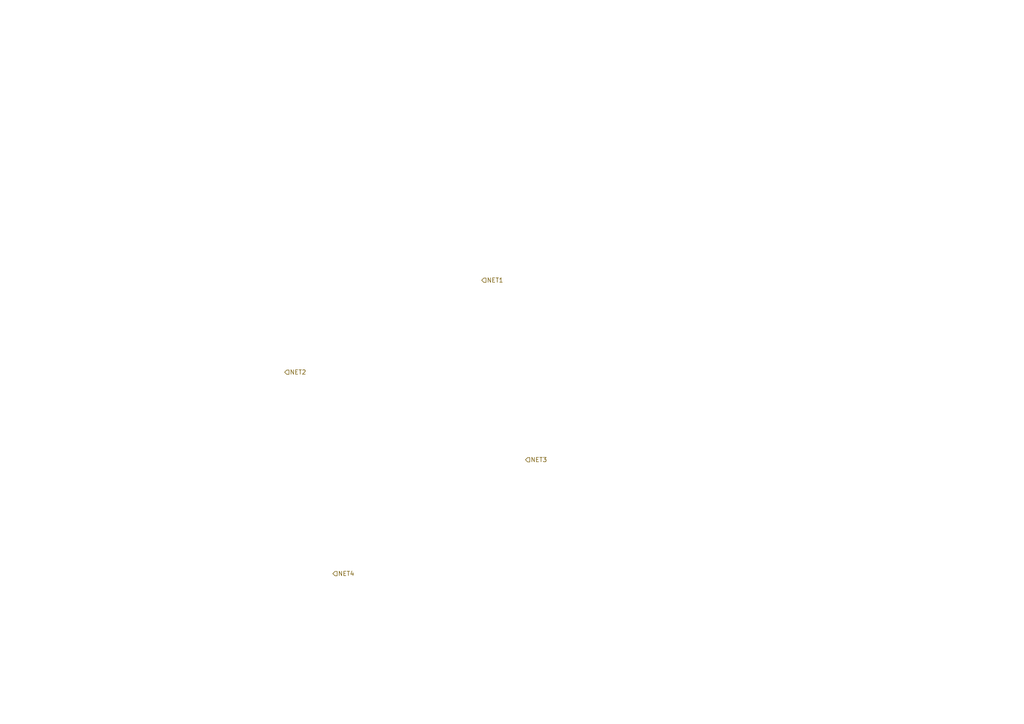
<source format=kicad_sch>
(kicad_sch
	(version 20250114)
	(generator "eeschema")
	(generator_version "9.0")
	(uuid "c2e250c4-9b71-42fe-b461-bc470de112b7")
	(paper "A4")
	(lib_symbols)
	(hierarchical_label "NET3"
		(shape input)
		(at 152.4 133.35 0)
		(effects
			(font
				(size 1.27 1.27)
			)
			(justify left)
		)
		(uuid "6274812c-fd7d-4dc7-8a38-44520fd2ef19")
	)
	(hierarchical_label "NET1"
		(shape input)
		(at 139.7 81.28 0)
		(effects
			(font
				(size 1.27 1.27)
			)
			(justify left)
		)
		(uuid "72eb6eb3-a3ab-4fc7-8a57-283991c40052")
	)
	(hierarchical_label "NET2"
		(shape input)
		(at 82.55 107.95 0)
		(effects
			(font
				(size 1.27 1.27)
			)
			(justify left)
		)
		(uuid "a1a1f09c-c683-422d-ac69-415b9ece94ff")
	)
	(hierarchical_label "NET4"
		(shape input)
		(at 96.52 166.37 0)
		(effects
			(font
				(size 1.27 1.27)
			)
			(justify left)
		)
		(uuid "d0823a7e-1926-4566-b7a9-2d9025fe1b64")
	)
)

</source>
